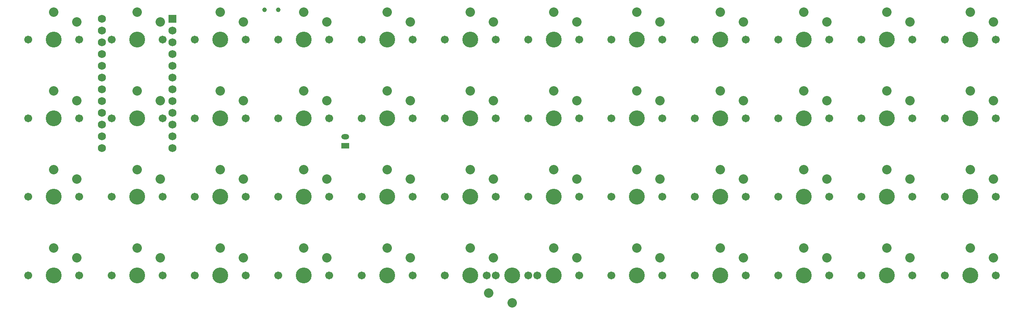
<source format=gbr>
%TF.GenerationSoftware,KiCad,Pcbnew,9.0.3-1.fc42*%
%TF.CreationDate,2025-08-13T23:51:54-04:00*%
%TF.ProjectId,48ish_soldered,34386973-685f-4736-9f6c-64657265642e,v1.0.0*%
%TF.SameCoordinates,Original*%
%TF.FileFunction,Soldermask,Top*%
%TF.FilePolarity,Negative*%
%FSLAX46Y46*%
G04 Gerber Fmt 4.6, Leading zero omitted, Abs format (unit mm)*
G04 Created by KiCad (PCBNEW 9.0.3-1.fc42) date 2025-08-13 23:51:54*
%MOMM*%
%LPD*%
G01*
G04 APERTURE LIST*
%ADD10C,2.032000*%
%ADD11C,1.701800*%
%ADD12C,3.429000*%
%ADD13C,1.752600*%
%ADD14R,1.752600X1.752600*%
%ADD15C,1.000000*%
%ADD16R,1.700000X1.200000*%
%ADD17O,1.700000X1.200000*%
G04 APERTURE END LIST*
D10*
%TO.C,S32*%
X126000000Y56900000D03*
X131000000Y54800000D03*
D11*
X131500000Y51000000D03*
D12*
X126000000Y51000000D03*
D11*
X120500000Y51000000D03*
%TD*%
D10*
%TO.C,S25*%
X99000000Y11100000D03*
X94000000Y13200000D03*
D11*
X93500000Y17000000D03*
D12*
X99000000Y17000000D03*
D11*
X104500000Y17000000D03*
%TD*%
D13*
%TO.C,MCU1*%
X10380000Y44530000D03*
X10380000Y47070000D03*
X10380000Y49610000D03*
X10380000Y52150000D03*
X10380000Y54690000D03*
X10380000Y57230000D03*
X10380000Y59770000D03*
X10380000Y62310000D03*
X10380000Y64850000D03*
X10380000Y67390000D03*
X10380000Y69930000D03*
X10380000Y72470000D03*
X25620000Y44530000D03*
X25620000Y47070000D03*
X25620000Y49610000D03*
X25620000Y52150000D03*
X25620000Y54690000D03*
X25620000Y57230000D03*
X25620000Y59770000D03*
X25620000Y62310000D03*
X25620000Y64850000D03*
X25620000Y67390000D03*
X25620000Y69930000D03*
D14*
X25620000Y72470000D03*
%TD*%
D15*
%TO.C,S1*%
X45500000Y74400000D03*
X48500000Y74400000D03*
%TD*%
D16*
%TO.C,JST1*%
X63000000Y45000000D03*
D17*
X63000000Y47000000D03*
%TD*%
D11*
%TO.C,S41*%
X156500000Y68000000D03*
D12*
X162000000Y68000000D03*
D11*
X167500000Y68000000D03*
D10*
X167000000Y71800000D03*
X162000000Y73900000D03*
%TD*%
D11*
%TO.C,S29*%
X102500000Y68000000D03*
D12*
X108000000Y68000000D03*
D11*
X113500000Y68000000D03*
D10*
X113000000Y71800000D03*
X108000000Y73900000D03*
%TD*%
D11*
%TO.C,S19*%
X66500000Y51000000D03*
D12*
X72000000Y51000000D03*
D11*
X77500000Y51000000D03*
D10*
X77000000Y54800000D03*
X72000000Y56900000D03*
%TD*%
D11*
%TO.C,S8*%
X12500000Y68000000D03*
D12*
X18000000Y68000000D03*
D11*
X23500000Y68000000D03*
D10*
X23000000Y71800000D03*
X18000000Y73900000D03*
%TD*%
D11*
%TO.C,S44*%
X174500000Y51000000D03*
D12*
X180000000Y51000000D03*
D11*
X185500000Y51000000D03*
D10*
X185000000Y54800000D03*
X180000000Y56900000D03*
%TD*%
D11*
%TO.C,S28*%
X102500000Y51000000D03*
D12*
X108000000Y51000000D03*
D11*
X113500000Y51000000D03*
D10*
X113000000Y54800000D03*
X108000000Y56900000D03*
%TD*%
D11*
%TO.C,S14*%
X48500000Y34000000D03*
D12*
X54000000Y34000000D03*
D11*
X59500000Y34000000D03*
D10*
X59000000Y37800000D03*
X54000000Y39900000D03*
%TD*%
D11*
%TO.C,S2*%
X-5500000Y34000000D03*
D12*
X0Y34000000D03*
D11*
X5500000Y34000000D03*
D10*
X5000000Y37800000D03*
X0Y39900000D03*
%TD*%
D11*
%TO.C,S12*%
X30500000Y68000000D03*
D12*
X36000000Y68000000D03*
D11*
X41500000Y68000000D03*
D10*
X41000000Y71800000D03*
X36000000Y73900000D03*
%TD*%
D11*
%TO.C,S37*%
X138500000Y68000000D03*
D12*
X144000000Y68000000D03*
D11*
X149500000Y68000000D03*
D10*
X149000000Y71800000D03*
X144000000Y73900000D03*
%TD*%
D11*
%TO.C,S20*%
X66500000Y68000000D03*
D12*
X72000000Y68000000D03*
D11*
X77500000Y68000000D03*
D10*
X77000000Y71800000D03*
X72000000Y73900000D03*
%TD*%
D11*
%TO.C,S17*%
X66500000Y17000000D03*
D12*
X72000000Y17000000D03*
D11*
X77500000Y17000000D03*
D10*
X77000000Y20800000D03*
X72000000Y22900000D03*
%TD*%
D11*
%TO.C,S45*%
X174500000Y68000000D03*
D12*
X180000000Y68000000D03*
D11*
X185500000Y68000000D03*
D10*
X185000000Y71800000D03*
X180000000Y73900000D03*
%TD*%
D11*
%TO.C,S15*%
X48500000Y51000000D03*
D12*
X54000000Y51000000D03*
D11*
X59500000Y51000000D03*
D10*
X59000000Y54800000D03*
X54000000Y56900000D03*
%TD*%
D11*
%TO.C,S24*%
X84500000Y68000000D03*
D12*
X90000000Y68000000D03*
D11*
X95500000Y68000000D03*
D10*
X95000000Y71800000D03*
X90000000Y73900000D03*
%TD*%
D11*
%TO.C,S11*%
X30500000Y51000000D03*
D12*
X36000000Y51000000D03*
D11*
X41500000Y51000000D03*
D10*
X41000000Y54800000D03*
X36000000Y56900000D03*
%TD*%
D11*
%TO.C,S27*%
X102500000Y34000000D03*
D12*
X108000000Y34000000D03*
D11*
X113500000Y34000000D03*
D10*
X113000000Y37800000D03*
X108000000Y39900000D03*
%TD*%
D11*
%TO.C,S6*%
X12500000Y34000000D03*
D12*
X18000000Y34000000D03*
D11*
X23500000Y34000000D03*
D10*
X23000000Y37800000D03*
X18000000Y39900000D03*
%TD*%
D11*
%TO.C,S1*%
X-5500000Y17000000D03*
D12*
X0Y17000000D03*
D11*
X5500000Y17000000D03*
D10*
X5000000Y20800000D03*
X0Y22900000D03*
%TD*%
D11*
%TO.C,S31*%
X120500000Y34000000D03*
D12*
X126000000Y34000000D03*
D11*
X131500000Y34000000D03*
D10*
X131000000Y37800000D03*
X126000000Y39900000D03*
%TD*%
D11*
%TO.C,S9*%
X30500000Y17000000D03*
D12*
X36000000Y17000000D03*
D11*
X41500000Y17000000D03*
D10*
X41000000Y20800000D03*
X36000000Y22900000D03*
%TD*%
D11*
%TO.C,S18*%
X66500000Y34000000D03*
D12*
X72000000Y34000000D03*
D11*
X77500000Y34000000D03*
D10*
X77000000Y37800000D03*
X72000000Y39900000D03*
%TD*%
D11*
%TO.C,S34*%
X138500000Y17000000D03*
D12*
X144000000Y17000000D03*
D11*
X149500000Y17000000D03*
D10*
X149000000Y20800000D03*
X144000000Y22900000D03*
%TD*%
D11*
%TO.C,S36*%
X138500000Y51000000D03*
D12*
X144000000Y51000000D03*
D11*
X149500000Y51000000D03*
D10*
X149000000Y54800000D03*
X144000000Y56900000D03*
%TD*%
D11*
%TO.C,S21*%
X84500000Y17000000D03*
D12*
X90000000Y17000000D03*
D11*
X95500000Y17000000D03*
D10*
X95000000Y20800000D03*
X90000000Y22900000D03*
%TD*%
D11*
%TO.C,S13*%
X48500000Y17000000D03*
D12*
X54000000Y17000000D03*
D11*
X59500000Y17000000D03*
D10*
X59000000Y20800000D03*
X54000000Y22900000D03*
%TD*%
D11*
%TO.C,S40*%
X156500000Y51000000D03*
D12*
X162000000Y51000000D03*
D11*
X167500000Y51000000D03*
D10*
X167000000Y54800000D03*
X162000000Y56900000D03*
%TD*%
D11*
%TO.C,S49*%
X192500000Y68000000D03*
D12*
X198000000Y68000000D03*
D11*
X203500000Y68000000D03*
D10*
X203000000Y71800000D03*
X198000000Y73900000D03*
%TD*%
D11*
%TO.C,S43*%
X174500000Y34000000D03*
D12*
X180000000Y34000000D03*
D11*
X185500000Y34000000D03*
D10*
X185000000Y37800000D03*
X180000000Y39900000D03*
%TD*%
D11*
%TO.C,S33*%
X120500000Y68000000D03*
D12*
X126000000Y68000000D03*
D11*
X131500000Y68000000D03*
D10*
X131000000Y71800000D03*
X126000000Y73900000D03*
%TD*%
D11*
%TO.C,S22*%
X84500000Y34000000D03*
D12*
X90000000Y34000000D03*
D11*
X95500000Y34000000D03*
D10*
X95000000Y37800000D03*
X90000000Y39900000D03*
%TD*%
D11*
%TO.C,S39*%
X156500000Y34000000D03*
D12*
X162000000Y34000000D03*
D11*
X167500000Y34000000D03*
D10*
X167000000Y37800000D03*
X162000000Y39900000D03*
%TD*%
D11*
%TO.C,S23*%
X84500000Y51000000D03*
D12*
X90000000Y51000000D03*
D11*
X95500000Y51000000D03*
D10*
X95000000Y54800000D03*
X90000000Y56900000D03*
%TD*%
D11*
%TO.C,S35*%
X138500000Y34000000D03*
D12*
X144000000Y34000000D03*
D11*
X149500000Y34000000D03*
D10*
X149000000Y37800000D03*
X144000000Y39900000D03*
%TD*%
D11*
%TO.C,S16*%
X48500000Y68000000D03*
D12*
X54000000Y68000000D03*
D11*
X59500000Y68000000D03*
D10*
X59000000Y71800000D03*
X54000000Y73900000D03*
%TD*%
D11*
%TO.C,S46*%
X192500000Y17000000D03*
D12*
X198000000Y17000000D03*
D11*
X203500000Y17000000D03*
D10*
X203000000Y20800000D03*
X198000000Y22900000D03*
%TD*%
D11*
%TO.C,S42*%
X174500000Y17000000D03*
D12*
X180000000Y17000000D03*
D11*
X185500000Y17000000D03*
D10*
X185000000Y20800000D03*
X180000000Y22900000D03*
%TD*%
D11*
%TO.C,S38*%
X156500000Y17000000D03*
D12*
X162000000Y17000000D03*
D11*
X167500000Y17000000D03*
D10*
X167000000Y20800000D03*
X162000000Y22900000D03*
%TD*%
D11*
%TO.C,S5*%
X12500000Y17000000D03*
D12*
X18000000Y17000000D03*
D11*
X23500000Y17000000D03*
D10*
X23000000Y20800000D03*
X18000000Y22900000D03*
%TD*%
D11*
%TO.C,S30*%
X120500000Y17000000D03*
D12*
X126000000Y17000000D03*
D11*
X131500000Y17000000D03*
D10*
X131000000Y20800000D03*
X126000000Y22900000D03*
%TD*%
D11*
%TO.C,S7*%
X12500000Y51000000D03*
D12*
X18000000Y51000000D03*
D11*
X23500000Y51000000D03*
D10*
X23000000Y54800000D03*
X18000000Y56900000D03*
%TD*%
D11*
%TO.C,S4*%
X-5500000Y68000000D03*
D12*
X0Y68000000D03*
D11*
X5500000Y68000000D03*
D10*
X5000000Y71800000D03*
X0Y73900000D03*
%TD*%
D11*
%TO.C,S10*%
X30500000Y34000000D03*
D12*
X36000000Y34000000D03*
D11*
X41500000Y34000000D03*
D10*
X41000000Y37800000D03*
X36000000Y39900000D03*
%TD*%
D11*
%TO.C,S48*%
X192500000Y51000000D03*
D12*
X198000000Y51000000D03*
D11*
X203500000Y51000000D03*
D10*
X203000000Y54800000D03*
X198000000Y56900000D03*
%TD*%
D11*
%TO.C,S26*%
X102500000Y17000000D03*
D12*
X108000000Y17000000D03*
D11*
X113500000Y17000000D03*
D10*
X113000000Y20800000D03*
X108000000Y22900000D03*
%TD*%
D11*
%TO.C,S47*%
X192500000Y34000000D03*
D12*
X198000000Y34000000D03*
D11*
X203500000Y34000000D03*
D10*
X203000000Y37800000D03*
X198000000Y39900000D03*
%TD*%
D11*
%TO.C,S3*%
X-5500000Y51000000D03*
D12*
X0Y51000000D03*
D11*
X5500000Y51000000D03*
D10*
X5000000Y54800000D03*
X0Y56900000D03*
%TD*%
M02*

</source>
